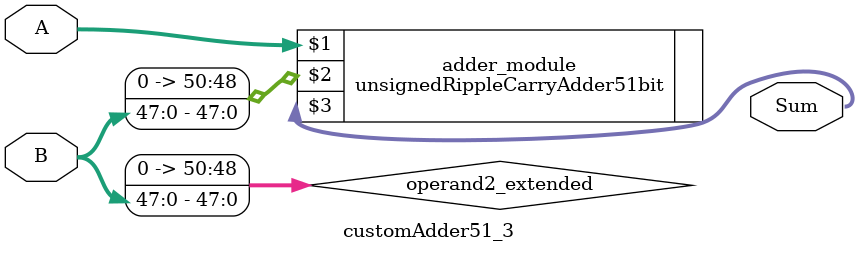
<source format=v>
module customAdder51_3(
                        input [50 : 0] A,
                        input [47 : 0] B,
                        
                        output [51 : 0] Sum
                );

        wire [50 : 0] operand2_extended;
        
        assign operand2_extended =  {3'b0, B};
        
        unsignedRippleCarryAdder51bit adder_module(
            A,
            operand2_extended,
            Sum
        );
        
        endmodule
        
</source>
